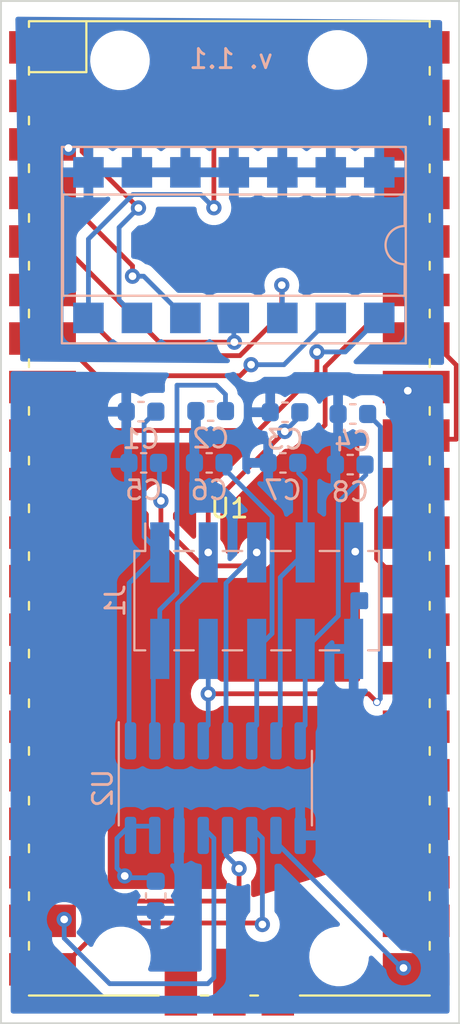
<source format=kicad_pcb>
(kicad_pcb (version 20211014) (generator pcbnew)
  (layers (0 "F.Cu" signal) (31 "B.Cu" signal) (34 "B.Paste" user) (35 "F.Paste" user) (36 "B.SilkS" user "B.Silkscreen") (37 "F.SilkS" user "F.Silkscreen") (38 "B.Mask" user) (39 "F.Mask" user) (44 "Edge.Cuts" user))
  (net 0 "")
  (net 1 "GND")
  (net 2 "Net-(C7-Pad2)")
  (net 3 "Net-(C8-Pad2)")
  (net 4 "Net-(U1-Pad16)")
  (net 5 "Net-(U1-Pad19)")
  (net 6 "Net-(U1-Pad20)")
  (net 7 "Net-(SW1-Pad1)")
  (net 17 "Net-(SW1-Pad2)")
  (net 18 "Net-(U1-Pad21)")
  (net 19 "+3.3VADC")
  (net 20 "Net-(U1-Pad10)")
  (net 21 "Net-(SW1-Pad3)")
  (net 22 "Net-(SW1-Pad4)")
  (net 23 "Net-(SW1-Pad5)")
  (net 24 "Net-(SW1-Pad6)")
  (net 25 "Net-(SW1-Pad7)")
  (net 26 "Net-(U1-Pad22)")
  (net 28 "Net-(U1-Pad17)")
  (net 29 "Net-(C3-Pad2)")
  (net 30 "Net-(C4-Pad2)")
  (net 31 "Net-(C5-Pad2)")
  (net 32 "Net-(C6-Pad2)")
  (net 33 "GNDA")
  (net 34 "Net-(C1-Pad2)")
  (net 35 "Net-(C2-Pad2)")
  (footprint "" (layer "F.Cu") (at 118.236674 63.964907)
    (fp_text reference "" (at 0 0) (layer "F.SilkS") (effects (font (size 1.27 1.27))))
    (fp_text value "" (at 0 0) (layer "F.SilkS") (effects (font (size 1.27 1.27))))
    (pad "" np_thru_hole circle (at 0 0) (size 2.1 2.1) (drill 2.1) (layers F&B.Cu *.Mask))
  )
  (footprint "" (layer "F.Cu") (at 106.838834 63.987847)
    (fp_text reference "" (at 0 0) (layer "F.SilkS") (effects (font (size 1.27 1.27))))
    (fp_text value "" (at 0 0) (layer "F.SilkS") (effects (font (size 1.27 1.27))))
    (pad "" np_thru_hole circle (at 0 0) (size 2.1 2.1) (drill 2.1) (layers F&B.Cu *.Mask))
  )
  (footprint "" (layer "F.Cu") (at 118.31836 110.894126)
    (fp_text reference "" (at 0 0) (layer "F.SilkS") (effects (font (size 1.27 1.27))))
    (fp_text value "" (at 0 0) (layer "F.SilkS") (effects (font (size 1.27 1.27))))
    (pad "" np_thru_hole circle (at 0 0) (size 2.1 2.1) (drill 2.1) (layers F&B.Cu *.Mask))
  )
  (footprint "MCU_RaspberryPi_and_Boards:RPi_Pico_SMD_TH" (layer "F.Cu") (at 112.569479 87.438476)
    (fp_text reference "U1" (at 0 0) (layer "F.SilkS"))
    (fp_text value "Pico")
    (fp_line (start 10.5 -15.4) (end 10.5 -15) (layer "F.SilkS") (width 0.12))
    (fp_line (start -7.493 -22.833) (end -7.493 -25.5) (layer "F.SilkS") (width 0.12))
    (fp_line (start -10.5 22.7) (end -10.5 23.1) (layer "F.SilkS") (width 0.12))
    (fp_line (start -10.5 20.1) (end -10.5 20.5) (layer "F.SilkS") (width 0.12))
    (fp_line (start -10.5 -12.9) (end -10.5 -12.5) (layer "F.SilkS") (width 0.12))
    (fp_line (start 10.5 2.3) (end 10.5 2.7) (layer "F.SilkS") (width 0.12))
    (fp_line (start 10.5 -20.5) (end 10.5 -20.1) (layer "F.SilkS") (width 0.12))
    (fp_line (start -3.7 25.5) (end -10.5 25.5) (layer "F.SilkS") (width 0.12))
    (fp_line (start -10.5 4.9) (end -10.5 5.3) (layer "F.SilkS") (width 0.12))
    (fp_line (start 10.5 -0.2) (end 10.5 0.2) (layer "F.SilkS") (width 0.12))
    (fp_line (start -1.5 25.5) (end -1.1 25.5) (layer "F.SilkS") (width 0.12))
    (fp_line (start -10.5 -15.4) (end -10.5 -15) (layer "F.SilkS") (width 0.12))
    (fp_line (start -10.5 -5.3) (end -10.5 -4.9) (layer "F.SilkS") (width 0.12))
    (fp_line (start 10.5 -2.7) (end 10.5 -2.3) (layer "F.SilkS") (width 0.12))
    (fp_line (start 10.5 25.5) (end 3.7 25.5) (layer "F.SilkS") (width 0.12))
    (fp_line (start 10.5 10) (end 10.5 10.4) (layer "F.SilkS") (width 0.12))
    (fp_line (start 10.5 -23.1) (end 10.5 -22.7) (layer "F.SilkS") (width 0.12))
    (fp_line (start -10.5 -0.2) (end -10.5 0.2) (layer "F.SilkS") (width 0.12))
    (fp_line (start 10.5 17.6) (end 10.5 18) (layer "F.SilkS") (width 0.12))
    (fp_line (start 10.5 -12.9) (end 10.5 -12.5) (layer "F.SilkS") (width 0.12))
    (fp_line (start 10.5 -25.5) (end 10.5 -25.2) (layer "F.SilkS") (width 0.12))
    (fp_line (start 10.5 12.5) (end 10.5 12.9) (layer "F.SilkS") (width 0.12))
    (fp_line (start -10.5 -20.5) (end -10.5 -20.1) (layer "F.SilkS") (width 0.12))
    (fp_line (start -10.5 12.5) (end -10.5 12.9) (layer "F.SilkS") (width 0.12))
    (fp_line (start 10.5 15.1) (end 10.5 15.5) (layer "F.SilkS") (width 0.12))
    (fp_line (start -10.5 -25.5) (end -10.5 -25.2) (layer "F.SilkS") (width 0.12))
    (fp_line (start -10.5 2.3) (end -10.5 2.7) (layer "F.SilkS") (width 0.12))
    (fp_line (start 10.5 -5.3) (end 10.5 -4.9) (layer "F.SilkS") (width 0.12))
    (fp_line (start -10.5 -25.5) (end 10.5 -25.5) (layer "F.SilkS") (width 0.12))
    (fp_line (start 10.5 -10.4) (end 10.5 -10) (layer "F.SilkS") (width 0.12))
    (fp_line (start 10.5 4.9) (end 10.5 5.3) (layer "F.SilkS") (width 0.12))
    (fp_line (start 10.5 -7.8) (end 10.5 -7.4) (layer "F.SilkS") (width 0.12))
    (fp_line (start -10.5 10) (end -10.5 10.4) (layer "F.SilkS") (width 0.12))
    (fp_line (start -10.5 -23.1) (end -10.5 -22.7) (layer "F.SilkS") (width 0.12))
    (fp_line (start 1.1 25.5) (end 1.5 25.5) (layer "F.SilkS") (width 0.12))
    (fp_line (start -10.5 -18) (end -10.5 -17.6) (layer "F.SilkS") (width 0.12))
    (fp_line (start -10.5 15.1) (end -10.5 15.5) (layer "F.SilkS") (width 0.12))
    (fp_line (start -10.5 -2.7) (end -10.5 -2.3) (layer "F.SilkS") (width 0.12))
    (fp_line (start 10.5 20.1) (end 10.5 20.5) (layer "F.SilkS") (width 0.12))
    (fp_line (start 10.5 -18) (end 10.5 -17.6) (layer "F.SilkS") (width 0.12))
    (fp_line (start -10.5 17.6) (end -10.5 18) (layer "F.SilkS") (width 0.12))
    (fp_line (start 10.5 7.4) (end 10.5 7.8) (layer "F.SilkS") (width 0.12))
    (fp_line (start -10.5 -7.8) (end -10.5 -7.4) (layer "F.SilkS") (width 0.12))
    (fp_line (start -10.5 -22.833) (end -7.493 -22.833) (layer "F.SilkS") (width 0.12))
    (fp_line (start -10.5 -10.4) (end -10.5 -10) (layer "F.SilkS") (width 0.12))
    (fp_line (start 10.5 22.7) (end 10.5 23.1) (layer "F.SilkS") (width 0.12))
    (fp_line (start -10.5 7.4) (end -10.5 7.8) (layer "F.SilkS") (width 0.12))
    (pad "1" smd rect (at -8.89 -24.13) (size 3.5 1.7) (drill (offset -0.9 0)) (layers "F.Cu" "F.Mask") (net 25 "Net-(SW1-Pad7)"))
    (pad "2" smd rect (at -8.89 -21.59) (size 3.5 1.7) (drill (offset -0.9 0)) (layers "F.Cu" "F.Mask") (net 24 "Net-(SW1-Pad6)"))
    (pad "3" smd rect (at -8.89 -19.05) (size 3.5 1.7) (drill (offset -0.9 0)) (layers "F.Cu" "F.Mask") (net 1 "GND"))
    (pad "4" smd rect (at -8.89 -16.51) (size 3.5 1.7) (drill (offset -0.9 0)) (layers "F.Cu" "F.Mask") (net 23 "Net-(SW1-Pad5)"))
    (pad "5" smd rect (at -8.89 -13.97) (size 3.5 1.7) (drill (offset -0.9 0)) (layers "F.Cu" "F.Mask") (net 22 "Net-(SW1-Pad4)"))
    (pad "6" smd rect (at -8.89 -11.43) (size 3.5 1.7) (drill (offset -0.9 0)) (layers "F.Cu" "F.Mask") (net 21 "Net-(SW1-Pad3)"))
    (pad "7" smd rect (at -8.89 -8.89) (size 3.5 1.7) (drill (offset -0.9 0)) (layers "F.Cu" "F.Mask") (net 17 "Net-(SW1-Pad2)"))
    (pad "8" smd rect (at -8.89 -6.35) (size 3.5 1.7) (drill (offset -0.9 0)) (layers "F.Cu" "F.Mask"))
    (pad "9" smd rect (at -8.89 -3.81) (size 3.5 1.7) (drill (offset -0.9 0)) (layers "F.Cu" "F.Mask") (net 7 "Net-(SW1-Pad1)"))
    (pad "10" smd rect (at -8.89 -1.27) (size 3.5 1.7) (drill (offset -0.9 0)) (layers "F.Cu" "F.Mask") (net 20 "Net-(U1-Pad10)"))
    (pad "11" smd rect (at -8.89 1.27) (size 3.5 1.7) (drill (offset -0.9 0)) (layers "F.Cu" "F.Mask") (net 20 "Net-(U1-Pad10)"))
    (pad "12" smd rect (at -8.89 3.81) (size 3.5 1.7) (drill (offset -0.9 0)) (layers "F.Cu" "F.Mask") (net 20 "Net-(U1-Pad10)"))
    (pad "13" smd rect (at -8.89 6.35) (size 3.5 1.7) (drill (offset -0.9 0)) (layers "F.Cu" "F.Mask") (net 20 "Net-(U1-Pad10)"))
    (pad "14" smd rect (at -8.89 8.89) (size 3.5 1.7) (drill (offset -0.9 0)) (layers "F.Cu" "F.Mask") (net 20 "Net-(U1-Pad10)"))
    (pad "15" smd rect (at -8.89 11.43) (size 3.5 1.7) (drill (offset -0.9 0)) (layers "F.Cu" "F.Mask") (net 20 "Net-(U1-Pad10)"))
    (pad "16" smd rect (at -8.89 13.97) (size 3.5 1.7) (drill (offset -0.9 0)) (layers "F.Cu" "F.Mask") (net 4 "Net-(U1-Pad16)"))
    (pad "17" smd rect (at -8.89 16.51) (size 3.5 1.7) (drill (offset -0.9 0)) (layers "F.Cu" "F.Mask") (net 28 "Net-(U1-Pad17)"))
    (pad "18" smd rect (at -8.89 19.05) (size 3.5 1.7) (drill (offset -0.9 0)) (layers "F.Cu" "F.Mask") (net 28 "Net-(U1-Pad17)"))
    (pad "19" smd rect (at -8.89 21.59) (size 3.5 1.7) (drill (offset -0.9 0)) (layers "F.Cu" "F.Mask") (net 5 "Net-(U1-Pad19)"))
    (pad "20" smd rect (at -8.89 24.13) (size 3.5 1.7) (drill (offset -0.9 0)) (layers "F.Cu" "F.Mask") (net 6 "Net-(U1-Pad20)"))
    (pad "21" smd rect (at 8.89 24.13) (size 3.5 1.7) (drill (offset 0.9 0)) (layers "F.Cu" "F.Mask") (net 18 "Net-(U1-Pad21)"))
    (pad "22" smd rect (at 8.89 21.59) (size 3.5 1.7) (drill (offset 0.9 0)) (layers "F.Cu" "F.Mask") (net 26 "Net-(U1-Pad22)"))
    (pad "23" smd rect (at 8.89 19.05) (size 3.5 1.7) (drill (offset 0.9 0)) (layers "F.Cu" "F.Mask") (net 26 "Net-(U1-Pad22)"))
    (pad "24" smd rect (at 8.89 16.51) (size 3.5 1.7) (drill (offset 0.9 0)) (layers "F.Cu" "F.Mask") (net 26 "Net-(U1-Pad22)"))
    (pad "25" smd rect (at 8.89 13.97) (size 3.5 1.7) (drill (offset 0.9 0)) (layers "F.Cu" "F.Mask") (net 26 "Net-(U1-Pad22)"))
    (pad "26" smd rect (at 8.89 11.43) (size 3.5 1.7) (drill (offset 0.9 0)) (layers "F.Cu" "F.Mask") (net 26 "Net-(U1-Pad22)"))
    (pad "27" smd rect (at 8.89 8.89) (size 3.5 1.7) (drill (offset 0.9 0)) (layers "F.Cu" "F.Mask") (net 26 "Net-(U1-Pad22)"))
    (pad "28" smd rect (at 8.89 6.35) (size 3.5 1.7) (drill (offset 0.9 0)) (layers "F.Cu" "F.Mask") (net 26 "Net-(U1-Pad22)"))
    (pad "29" smd rect (at 8.89 3.81) (size 3.5 1.7) (drill (offset 0.9 0)) (layers "F.Cu" "F.Mask") (net 26 "Net-(U1-Pad22)"))
    (pad "30" smd rect (at 8.89 1.27) (size 3.5 1.7) (drill (offset 0.9 0)) (layers "F.Cu" "F.Mask"))
    (pad "31" smd rect (at 8.89 -1.27) (size 3.5 1.7) (drill (offset 0.9 0)) (layers "F.Cu" "F.Mask") (net 26 "Net-(U1-Pad22)"))
    (pad "32" smd rect (at 8.89 -3.81) (size 3.5 1.7) (drill (offset 0.9 0)) (layers "F.Cu" "F.Mask") (net 26 "Net-(U1-Pad22)"))
    (pad "33" smd rect (at 8.89 -6.35) (size 3.5 1.7) (drill (offset 0.9 0)) (layers "F.Cu" "F.Mask") (net 33 "GNDA"))
    (pad "34" smd rect (at 8.89 -8.89) (size 3.5 1.7) (drill (offset 0.9 0)) (layers "F.Cu" "F.Mask") (net 26 "Net-(U1-Pad22)"))
    (pad "35" smd rect (at 8.89 -11.43) (size 3.5 1.7) (drill (offset 0.9 0)) (layers "F.Cu" "F.Mask") (net 19 "+3.3VADC"))
    (pad "36" smd rect (at 8.89 -13.97) (size 3.5 1.7) (drill (offset 0.9 0)) (layers "F.Cu" "F.Mask"))
    (pad "37" smd rect (at 8.89 -16.51) (size 3.5 1.7) (drill (offset 0.9 0)) (layers "F.Cu" "F.Mask"))
    (pad "38" smd rect (at 8.89 -19.05) (size 3.5 1.7) (drill (offset 0.9 0)) (layers "F.Cu" "F.Mask"))
    (pad "39" smd rect (at 8.89 -21.59) (size 3.5 1.7) (drill (offset 0.9 0)) (layers "F.Cu" "F.Mask"))
    (pad "40" smd rect (at 8.89 -24.13) (size 3.5 1.7) (drill (offset 0.9 0)) (layers "F.Cu" "F.Mask"))
    (pad "41" smd rect (at -2.54 23.9 90) (size 3.5 1.7) (drill (offset -0.9 0)) (layers "F.Cu" "F.Mask"))
    (pad "42" smd rect (at 0 23.9 90) (size 3.5 1.7) (drill (offset -0.9 0)) (layers "F.Cu" "F.Mask"))
    (pad "43" smd rect (at 2.54 23.9 90) (size 3.5 1.7) (drill (offset -0.9 0)) (layers "F.Cu" "F.Mask"))
  )
  (footprint "" (layer "F.Cu") (at 106.887156 110.894126)
    (fp_text reference "" (at 0 0) (layer "F.SilkS") (effects (font (size 1.27 1.27))))
    (fp_text value "" (at 0 0) (layer "F.SilkS") (effects (font (size 1.27 1.27))))
    (pad "" np_thru_hole circle (at 0 0) (size 2.1 2.1) (drill 2.1) (layers F&B.Cu *.Mask))
  )
  (footprint "Connector_PinHeader_2.54mm:PinHeader_2x05_P2.54mm_Vertical_SMD" (layer "B.Cu") (at 114.002843 92.270062 -90)
    (fp_text reference "J1" (at 0 7.41 90) (layer "B.SilkS") (effects (justify mirror)))
    (fp_text value "Conn_01x10_Female" hide)
    (fp_line (start 2.6 -3.3) (end 2.6 -4.32) (layer "B.SilkS") (width 0.12))
    (fp_line (start -2.6 -5.84) (end -2.6 -6.41) (layer "B.SilkS") (width 0.12))
    (fp_line (start -2.6 1.78) (end -2.6 0.76) (layer "B.SilkS") (width 0.12))
    (fp_line (start 2.6 -5.84) (end 2.6 -6.41) (layer "B.SilkS") (width 0.12))
    (fp_line (start -2.6 -0.76) (end -2.6 -1.78) (layer "B.SilkS") (width 0.12))
    (fp_line (start -2.6 4.32) (end -2.6 3.3) (layer "B.SilkS") (width 0.12))
    (fp_line (start -2.6 -6.41) (end 2.6 -6.41) (layer "B.SilkS") (width 0.12))
    (fp_line (start -2.6 -3.3) (end -2.6 -4.32) (layer "B.SilkS") (width 0.12))
    (fp_line (start -2.6 6.41) (end -2.6 5.84) (layer "B.SilkS") (width 0.12))
    (fp_line (start -4.04 5.84) (end -2.6 5.84) (layer "B.SilkS") (width 0.12))
    (fp_line (start 2.6 -0.76) (end 2.6 -1.78) (layer "B.SilkS") (width 0.12))
    (fp_line (start 2.6 6.41) (end 2.6 5.84) (layer "B.SilkS") (width 0.12))
    (fp_line (start -2.6 6.41) (end 2.6 6.41) (layer "B.SilkS") (width 0.12))
    (fp_line (start 2.6 4.32) (end 2.6 3.3) (layer "B.SilkS") (width 0.12))
    (fp_line (start 2.6 1.78) (end 2.6 0.76) (layer "B.SilkS") (width 0.12))
    (pad "1" smd rect (at -2.525 5.08 270) (size 3.15 1) (layers "B.Cu" "B.Paste" "B.Mask") (net 34 "Net-(C1-Pad2)"))
    (pad "2" smd rect (at 2.525 5.08 270) (size 3.15 1) (layers "B.Cu" "B.Paste" "B.Mask") (net 35 "Net-(C2-Pad2)"))
    (pad "3" smd rect (at -2.525 2.54 270) (size 3.15 1) (layers "B.Cu" "B.Paste" "B.Mask") (net 29 "Net-(C3-Pad2)"))
    (pad "4" smd rect (at 2.525 2.54 270) (size 3.15 1) (layers "B.Cu" "B.Paste" "B.Mask") (net 30 "Net-(C4-Pad2)"))
    (pad "5" smd rect (at -2.525 0 270) (size 3.15 1) (layers "B.Cu" "B.Paste" "B.Mask") (net 31 "Net-(C5-Pad2)"))
    (pad "6" smd rect (at 2.525 0 270) (size 3.15 1) (layers "B.Cu" "B.Paste" "B.Mask") (net 32 "Net-(C6-Pad2)"))
    (pad "7" smd rect (at -2.525 -2.54 270) (size 3.15 1) (layers "B.Cu" "B.Paste" "B.Mask") (net 2 "Net-(C7-Pad2)"))
    (pad "8" smd rect (at 2.525 -2.54 270) (size 3.15 1) (layers "B.Cu" "B.Paste" "B.Mask") (net 3 "Net-(C8-Pad2)"))
    (pad "9" smd rect (at -2.525 -5.08 270) (size 3.15 1) (layers "B.Cu" "B.Paste" "B.Mask") (net 19 "+3.3VADC"))
    (pad "10" smd rect (at 2.525 -5.08 270) (size 3.15 1) (layers "B.Cu" "B.Paste" "B.Mask") (net 33 "GNDA"))
  )
  (footprint "Package_SO:SOIC-16_3.9x9.9mm_P1.27mm" (layer "B.Cu") (at 111.835927 102.082521 -90)
    (fp_text reference "U2" (at 0 5.9 90) (layer "B.SilkS") (effects (justify mirror)))
    (fp_text value "MCP3008" hide)
    (fp_line (start 0 -5.06) (end 1.95 -5.06) (layer "B.SilkS") (width 0.12))
    (fp_line (start 0 -5.06) (end -1.95 -5.06) (layer "B.SilkS") (width 0.12))
    (fp_line (start 0 5.06) (end 1.95 5.06) (layer "B.SilkS") (width 0.12))
    (fp_line (start 0 5.06) (end -3.45 5.06) (layer "B.SilkS") (width 0.12))
    (pad "1" smd roundrect (at -2.475 4.445 270) (size 1.95 0.6) (layers "B.Cu" "B.Paste" "B.Mask") (net 34 "Net-(C1-Pad2)"))
    (pad "2" smd roundrect (at -2.475 3.175 270) (size 1.95 0.6) (layers "B.Cu" "B.Paste" "B.Mask") (net 35 "Net-(C2-Pad2)"))
    (pad "3" smd roundrect (at -2.475 1.905 270) (size 1.95 0.6) (layers "B.Cu" "B.Paste" "B.Mask") (net 29 "Net-(C3-Pad2)"))
    (pad "4" smd roundrect (at -2.475 0.635 270) (size 1.95 0.6) (layers "B.Cu" "B.Paste" "B.Mask") (net 30 "Net-(C4-Pad2)"))
    (pad "5" smd roundrect (at -2.475 -0.635 270) (size 1.95 0.6) (layers "B.Cu" "B.Paste" "B.Mask") (net 31 "Net-(C5-Pad2)"))
    (pad "6" smd roundrect (at -2.475 -1.905 270) (size 1.95 0.6) (layers "B.Cu" "B.Paste" "B.Mask") (net 32 "Net-(C6-Pad2)"))
    (pad "7" smd roundrect (at -2.475 -3.175 270) (size 1.95 0.6) (layers "B.Cu" "B.Paste" "B.Mask") (net 2 "Net-(C7-Pad2)"))
    (pad "8" smd roundrect (at -2.475 -4.445 270) (size 1.95 0.6) (layers "B.Cu" "B.Paste" "B.Mask") (net 3 "Net-(C8-Pad2)"))
    (pad "9" smd roundrect (at 2.475 -4.445 270) (size 1.95 0.6) (layers "B.Cu" "B.Paste" "B.Mask") (net 33 "GNDA"))
    (pad "10" smd roundrect (at 2.475 -3.175 270) (size 1.95 0.6) (layers "B.Cu" "B.Paste" "B.Mask") (net 18 "Net-(U1-Pad21)"))
    (pad "11" smd roundrect (at 2.475 -1.905 270) (size 1.95 0.6) (layers "B.Cu" "B.Paste" "B.Mask") (net 6 "Net-(U1-Pad20)"))
    (pad "12" smd roundrect (at 2.475 -0.635 270) (size 1.95 0.6) (layers "B.Cu" "B.Paste" "B.Mask") (net 4 "Net-(U1-Pad16)"))
    (pad "13" smd roundrect (at 2.475 0.635 270) (size 1.95 0.6) (layers "B.Cu" "B.Paste" "B.Mask") (net 5 "Net-(U1-Pad19)"))
    (pad "14" smd roundrect (at 2.475 1.905 270) (size 1.95 0.6) (layers "B.Cu" "B.Paste" "B.Mask") (net 33 "GNDA"))
    (pad "15" smd roundrect (at 2.475 3.175 270) (size 1.95 0.6) (layers "B.Cu" "B.Paste" "B.Mask") (net 19 "+3.3VADC"))
    (pad "16" smd roundrect (at 2.475 4.445 270) (size 1.95 0.6) (layers "B.Cu" "B.Paste" "B.Mask") (net 19 "+3.3VADC"))
  )
  (footprint "Capacitor_SMD:C_0603_1608Metric" (layer "B.Cu") (at 115.378866 85.057063)
    (fp_text reference "C7" (at 0 1.43) (layer "B.SilkS") (effects (justify mirror)))
    (fp_text value "1uf")
    (fp_line (start -0.14058 -0.51) (end 0.14058 -0.51) (layer "B.SilkS") (width 0.12))
    (fp_line (start -0.14058 0.51) (end 0.14058 0.51) (layer "B.SilkS") (width 0.12))
    (pad "1" smd roundrect (at -0.775 0) (size 0.9 0.95) (layers "B.Cu" "B.Paste" "B.Mask") (net 33 "GNDA"))
    (pad "2" smd roundrect (at 0.775 0) (size 0.9 0.95) (layers "B.Cu" "B.Paste" "B.Mask") (net 2 "Net-(C7-Pad2)"))
  )
  (footprint "Capacitor_SMD:C_0603_1608Metric" (layer "B.Cu") (at 111.514116 85.057063)
    (fp_text reference "C6" (at 0 1.43) (layer "B.SilkS") (effects (justify mirror)))
    (fp_text value "1uf")
    (fp_line (start -0.14058 0.51) (end 0.14058 0.51) (layer "B.SilkS") (width 0.12))
    (fp_line (start -0.14058 -0.51) (end 0.14058 -0.51) (layer "B.SilkS") (width 0.12))
    (pad "1" smd roundrect (at -0.775 0) (size 0.9 0.95) (layers "B.Cu" "B.Paste" "B.Mask") (net 33 "GNDA"))
    (pad "2" smd roundrect (at 0.775 0) (size 0.9 0.95) (layers "B.Cu" "B.Paste" "B.Mask") (net 32 "Net-(C6-Pad2)"))
  )
  (footprint "Capacitor_SMD:C_0603_1608Metric" (layer "B.Cu") (at 119.042479 82.499973)
    (fp_text reference "C4" (at 0 1.43) (layer "B.SilkS") (effects (justify mirror)))
    (fp_text value "1uf")
    (fp_line (start -0.14058 0.51) (end 0.14058 0.51) (layer "B.SilkS") (width 0.12))
    (fp_line (start -0.14058 -0.51) (end 0.14058 -0.51) (layer "B.SilkS") (width 0.12))
    (pad "1" smd roundrect (at -0.775 0) (size 0.9 0.95) (layers "B.Cu" "B.Paste" "B.Mask") (net 33 "GNDA"))
    (pad "2" smd roundrect (at 0.775 0) (size 0.9 0.95) (layers "B.Cu" "B.Paste" "B.Mask") (net 30 "Net-(C4-Pad2)"))
  )
  (footprint "Capacitor_SMD:C_0603_1608Metric" (layer "B.Cu") (at 107.942914 82.3763)
    (fp_text reference "C1" (at 0 1.43) (layer "B.SilkS") (effects (justify mirror)))
    (fp_text value "1uf")
    (fp_line (start -0.14058 0.51) (end 0.14058 0.51) (layer "B.SilkS") (width 0.12))
    (fp_line (start -0.14058 -0.51) (end 0.14058 -0.51) (layer "B.SilkS") (width 0.12))
    (pad "1" smd roundrect (at -0.775 0) (size 0.9 0.95) (layers "B.Cu" "B.Paste" "B.Mask") (net 33 "GNDA"))
    (pad "2" smd roundrect (at 0.775 0) (size 0.9 0.95) (layers "B.Cu" "B.Paste" "B.Mask") (net 34 "Net-(C1-Pad2)"))
  )
  (footprint "Capacitor_SMD:C_0603_1608Metric" (layer "B.Cu") (at 111.591239 82.345382)
    (fp_text reference "C2" (at 0 1.43) (layer "B.SilkS") (effects (justify mirror)))
    (fp_text value "1uf")
    (fp_line (start -0.14058 -0.51) (end 0.14058 -0.51) (layer "B.SilkS") (width 0.12))
    (fp_line (start -0.14058 0.51) (end 0.14058 0.51) (layer "B.SilkS") (width 0.12))
    (pad "1" smd roundrect (at -0.775 0) (size 0.9 0.95) (layers "B.Cu" "B.Paste" "B.Mask") (net 33 "GNDA"))
    (pad "2" smd roundrect (at 0.775 0) (size 0.9 0.95) (layers "B.Cu" "B.Paste" "B.Mask") (net 35 "Net-(C2-Pad2)"))
  )
  (footprint "Capacitor_SMD:C_0603_1608Metric" (layer "B.Cu") (at 108.710564 107.728969 -90)
    (fp_text reference "C0" hide)
    (fp_text value "1uf")
    (fp_line (start -0.14058 0.51) (end 0.14058 0.51) (layer "B.SilkS") (width 0.12))
    (fp_line (start -0.14058 -0.51) (end 0.14058 -0.51) (layer "B.SilkS") (width 0.12))
    (pad "1" smd roundrect (at -0.775 0 270) (size 0.9 0.95) (layers "B.Cu" "B.Paste" "B.Mask") (net 19 "+3.3VADC"))
    (pad "2" smd roundrect (at 0.775 0 270) (size 0.9 0.95) (layers "B.Cu" "B.Paste" "B.Mask") (net 33 "GNDA"))
  )
  (footprint "Capacitor_SMD:C_0603_1608Metric" (layer "B.Cu") (at 115.486907 82.407218)
    (fp_text reference "C3" (at 0 1.43) (layer "B.SilkS") (effects (justify mirror)))
    (fp_text value "1uf")
    (fp_line (start -0.14058 0.51) (end 0.14058 0.51) (layer "B.SilkS") (width 0.12))
    (fp_line (start -0.14058 -0.51) (end 0.14058 -0.51) (layer "B.SilkS") (width 0.12))
    (pad "1" smd roundrect (at -0.775 0) (size 0.9 0.95) (layers "B.Cu" "B.Paste" "B.Mask") (net 33 "GNDA"))
    (pad "2" smd roundrect (at 0.775 0) (size 0.9 0.95) (layers "B.Cu" "B.Paste" "B.Mask") (net 29 "Net-(C3-Pad2)"))
  )
  (footprint "Capacitor_SMD:C_0603_1608Metric" (layer "B.Cu") (at 108.082217 85.057063)
    (fp_text reference "C5" (at 0 1.43) (layer "B.SilkS") (effects (justify mirror)))
    (fp_text value "1uf")
    (fp_line (start -0.14058 0.51) (end 0.14058 0.51) (layer "B.SilkS") (width 0.12))
    (fp_line (start -0.14058 -0.51) (end 0.14058 -0.51) (layer "B.SilkS") (width 0.12))
    (pad "1" smd roundrect (at -0.775 0) (size 0.9 0.95) (layers "B.Cu" "B.Paste" "B.Mask") (net 33 "GNDA"))
    (pad "2" smd roundrect (at 0.775 0) (size 0.9 0.95) (layers "B.Cu" "B.Paste" "B.Mask") (net 31 "Net-(C5-Pad2)"))
  )
  (footprint "Package_DIP:DIP-14_W7.62mm_SMDSocket_SmallPads" (layer "B.Cu") (at 112.805 73.66 90)
    (fp_text reference "SW1" hide)
    (fp_text value "SW_DIP_x07" hide)
    (fp_line (start -2.65 8.95) (end -2.65 -8.95) (layer "B.SilkS") (width 0.12))
    (fp_line (start 2.65 -8.95) (end 2.65 8.95) (layer "B.SilkS") (width 0.12))
    (fp_line (start 5.14 9.01) (end -5.14 9.01) (layer "B.SilkS") (width 0.12))
    (fp_line (start -2.65 -8.95) (end 2.65 -8.95) (layer "B.SilkS") (width 0.12))
    (fp_line (start -1 8.95) (end -2.65 8.95) (layer "B.SilkS") (width 0.12))
    (fp_line (start 5.14 -9.01) (end 5.14 9.01) (layer "B.SilkS") (width 0.12))
    (fp_line (start -5.14 -9.01) (end 5.14 -9.01) (layer "B.SilkS") (width 0.12))
    (fp_line (start 2.65 8.95) (end 1 8.95) (layer "B.SilkS") (width 0.12))
    (fp_line (start -5.14 9.01) (end -5.14 -9.01) (layer "B.SilkS") (width 0.12))
    (fp_arc (start -1 8.95) (mid 0 7.95) (end 1 8.95) (layer "B.SilkS") (width 0.12))
    (pad "1" smd rect (at -3.81 7.62 90) (size 1.6 1.6) (layers "B.Cu" "B.Paste" "B.Mask") (net 7 "Net-(SW1-Pad1)"))
    (pad "2" smd rect (at -3.81 5.08 90) (size 1.6 1.6) (layers "B.Cu" "B.Paste" "B.Mask") (net 17 "Net-(SW1-Pad2)"))
    (pad "3" smd rect (at -3.81 2.54 90) (size 1.6 1.6) (layers "B.Cu" "B.Paste" "B.Mask") (net 21 "Net-(SW1-Pad3)"))
    (pad "4" smd rect (at -3.81 0 90) (size 1.6 1.6) (layers "B.Cu" "B.Paste" "B.Mask") (net 22 "Net-(SW1-Pad4)"))
    (pad "5" smd rect (at -3.81 -2.54 90) (size 1.6 1.6) (layers "B.Cu" "B.Paste" "B.Mask") (net 23 "Net-(SW1-Pad5)"))
    (pad "6" smd rect (at -3.81 -5.08 90) (size 1.6 1.6) (layers "B.Cu" "B.Paste" "B.Mask") (net 24 "Net-(SW1-Pad6)"))
    (pad "7" smd rect (at -3.81 -7.62 90) (size 1.6 1.6) (layers "B.Cu" "B.Paste" "B.Mask") (net 25 "Net-(SW1-Pad7)"))
    (pad "8" smd rect (at 3.81 -7.62 90) (size 1.6 1.6) (layers "B.Cu" "B.Paste" "B.Mask") (net 1 "GND"))
    (pad "9" smd rect (at 3.81 -5.08 90) (size 1.6 1.6) (layers "B.Cu" "B.Paste" "B.Mask") (net 1 "GND"))
    (pad "10" smd rect (at 3.81 -2.54 90) (size 1.6 1.6) (layers "B.Cu" "B.Paste" "B.Mask") (net 1 "GND"))
    (pad "11" smd rect (at 3.81 0 90) (size 1.6 1.6) (layers "B.Cu" "B.Paste" "B.Mask") (net 1 "GND"))
    (pad "12" smd rect (at 3.81 2.54 90) (size 1.6 1.6) (layers "B.Cu" "B.Paste" "B.Mask") (net 1 "GND"))
    (pad "13" smd rect (at 3.81 5.08 90) (size 1.6 1.6) (layers "B.Cu" "B.Paste" "B.Mask") (net 1 "GND"))
    (pad "14" smd rect (at 3.81 7.62 90) (size 1.6 1.6) (layers "B.Cu" "B.Paste" "B.Mask") (net 1 "GND"))
  )
  (footprint "Capacitor_SMD:C_0603_1608Metric" (layer "B.Cu") (at 118.903519 85.149817)
    (fp_text reference "C8" (at 0 1.43) (layer "B.SilkS") (effects (justify mirror)))
    (fp_text value "1uf")
    (fp_line (start -0.14058 0.51) (end 0.14058 0.51) (layer "B.SilkS") (width 0.12))
    (fp_line (start -0.14058 -0.51) (end 0.14058 -0.51) (layer "B.SilkS") (width 0.12))
    (pad "1" smd roundrect (at -0.775 0) (size 0.9 0.95) (layers "B.Cu" "B.Paste" "B.Mask") (net 33 "GNDA"))
    (pad "2" smd roundrect (at 0.775 0) (size 0.9 0.95) (layers "B.Cu" "B.Paste" "B.Mask") (net 3 "Net-(C8-Pad2)"))
  )
  (gr_rect (start 124.618022 114.392644) (end 100.601364 60.878972) (layer "Edge.Cuts") (width 0.1) (fill none))
  (gr_text "v. 1.1" (at 112.660563 63.913855) (layer "B.SilkS") (effects (font (size 1 1)) (justify mirror)))
  (via (at 104.14 68.58) (size 0.8) (drill 0.4) (layers "F.Cu" "B.Cu") (net 1))
  (segment (start 115.237344 91.050561) (end 115.237344 98.822656) (width 0.25) (layer "B.Cu") (net 2))
  (segment (start 116.542843 89.745062) (end 115.237344 91.050561) (width 0.25) (layer "B.Cu") (net 2))
  (segment (start 116.200071 85.591773) (end 116.542843 85.934545) (width 0.25) (layer "B.Cu") (net 2))
  (segment (start 115.237344 98.822656) (end 114.935 99.125) (width 0.25) (layer "B.Cu") (net 2))
  (segment (start 116.542843 85.934545) (end 116.542843 89.745062) (width 0.25) (layer "B.Cu") (net 2))
  (segment (start 116.542843 98.787157) (end 116.205 99.125) (width 0.25) (layer "B.Cu") (net 3))
  (segment (start 119.724724 85.684527) (end 118.277843 87.131408) (width 0.25) (layer "B.Cu") (net 3))
  (segment (start 118.277843 93.060062) (end 116.542843 94.795062) (width 0.25) (layer "B.Cu") (net 3))
  (segment (start 118.277843 87.131408) (end 118.277843 93.060062) (width 0.25) (layer "B.Cu") (net 3))
  (segment (start 116.542843 94.795062) (end 116.542843 98.787157) (width 0.25) (layer "B.Cu") (net 3))
  (segment (start 103.679479 101.408476) (end 105.564375 103.293372) (width 0.25) (layer "F.Cu") (net 4))
  (segment (start 113.07745 107.902126) (end 113.07745 106.29439) (width 0.25) (layer "F.Cu") (net 4))
  (segment (start 113.046532 107.933044) (end 113.07745 107.902126) (width 0.25) (layer "F.Cu") (net 4))
  (segment (start 112.984696 107.99488) (end 113.046532 107.933044) (width 0.25) (layer "F.Cu") (net 4))
  (segment (start 105.564375 103.293372) (end 105.564375 107.99488) (width 0.25) (layer "F.Cu") (net 4))
  (segment (start 105.564375 107.99488) (end 112.984696 107.99488) (width 0.25) (layer "F.Cu") (net 4))
  (via (at 113.07745 106.29439) (size 0.8) (drill 0.4) (layers "F.Cu" "B.Cu") (net 4))
  (segment (start 112.395 105.586884) (end 113.041792 106.233676) (width 0.25) (layer "B.Cu") (net 4))
  (segment (start 112.395 104.075) (end 112.395 105.586884) (width 0.25) (layer "B.Cu") (net 4))
  (via (at 103.915 108.955) (size 0.8) (drill 0.4) (layers "F.Cu" "B.Cu") (net 5))
  (segment (start 111.76 112.002683) (end 111.443556 112.319127) (width 0.25) (layer "B.Cu") (net 5))
  (segment (start 111.443556 112.319127) (end 106.296901 112.319127) (width 0.25) (layer "B.Cu") (net 5))
  (segment (start 111.125 104.075) (end 111.76 104.71) (width 0.25) (layer "B.Cu") (net 5))
  (segment (start 106.296901 112.319127) (end 103.915 109.937226) (width 0.25) (layer "B.Cu") (net 5))
  (segment (start 111.76 104.71) (end 111.76 112.002683) (width 0.25) (layer "B.Cu") (net 5))
  (segment (start 103.915 109.937226) (end 103.915 108.955) (width 0.25) (layer "B.Cu") (net 5))
  (segment (start 114.22238 109.14238) (end 106.105575 109.14238) (width 0.25) (layer "F.Cu") (net 6))
  (segment (start 106.105575 109.14238) (end 103.679479 111.568476) (width 0.25) (layer "F.Cu") (net 6))
  (segment (start 114.3 109.22) (end 114.22238 109.14238) (width 0.25) (layer "F.Cu") (net 6))
  (via (at 114.3 109.22) (size 0.8) (drill 0.4) (layers "F.Cu" "B.Cu") (net 6))
  (segment (start 114.3 104.71) (end 114.3 109.22) (width 0.25) (layer "B.Cu") (net 6))
  (segment (start 113.665 104.075) (end 114.3 104.71) (width 0.25) (layer "B.Cu") (net 6))
  (segment (start 103.679479 83.362427) (end 114.098846 83.362427) (width 0.25) (layer "F.Cu") (net 7))
  (segment (start 117.159743 80.30153) (end 117.159743 79.250662) (width 0.25) (layer "F.Cu") (net 7))
  (segment (start 114.098846 83.362427) (end 117.159743 80.30153) (width 0.25) (layer "F.Cu") (net 7))
  (via (at 117.159743 79.250662) (size 0.8) (drill 0.4) (layers "F.Cu" "B.Cu") (net 7))
  (segment (start 120.425 77.47) (end 118.644338 79.250662) (width 0.25) (layer "B.Cu") (net 7))
  (segment (start 118.644338 79.250662) (end 117.159743 79.250662) (width 0.25) (layer "B.Cu") (net 7))
  (segment (start 113.131089 80.496696) (end 113.709294 79.918491) (width 0.25) (layer "F.Cu") (net 17))
  (segment (start 105.627699 80.496696) (end 113.131089 80.496696) (width 0.25) (layer "F.Cu") (net 17))
  (segment (start 103.679479 78.548476) (end 105.627699 80.496696) (width 0.25) (layer "F.Cu") (net 17))
  (via (at 113.709294 79.918491) (size 0.8) (drill 0.4) (layers "F.Cu" "B.Cu") (net 17))
  (segment (start 115.436509 79.918491) (end 113.709294 79.918491) (width 0.25) (layer "B.Cu") (net 17))
  (segment (start 117.885 77.47) (end 115.436509 79.918491) (width 0.25) (layer "B.Cu") (net 17))
  (via (at 121.695 111.495) (size 0.8) (drill 0.4) (layers "F.Cu" "B.Cu") (net 18))
  (segment (start 115.010927 104.905988) (end 121.599939 111.495) (width 0.25) (layer "B.Cu") (net 18))
  (segment (start 115.010927 104.557521) (end 115.010927 104.905988) (width 0.25) (layer "B.Cu") (net 18))
  (segment (start 121.599939 111.495) (end 121.695 111.495) (width 0.25) (layer "B.Cu") (net 18))
  (segment (start 114.935 104.075) (end 114.935 104.735) (width 0.25) (layer "B.Cu") (net 18))
  (segment (start 114.935 104.075) (end 114.935 104.775) (width 0.25) (layer "B.Cu") (net 18))
  (segment (start 117.589244 83.070756) (end 116.84 83.82) (width 0.25) (layer "F.Cu") (net 19))
  (segment (start 117.589244 80.040756) (end 117.589244 83.070756) (width 0.25) (layer "F.Cu") (net 19))
  (segment (start 121.695 75.935) (end 117.589244 80.040756) (width 0.25) (layer "F.Cu") (net 19))
  (via (at 107.087134 106.68) (size 0.8) (drill 0.4) (layers "F.Cu" "B.Cu") (net 19))
  (via (at 119.16615 89.703868) (size 0.8) (drill 0.4) (layers "F.Cu" "B.Cu") (net 19))
  (segment (start 108.704414 106.771572) (end 107.178706 106.771572) (width 0.25) (layer "B.Cu") (net 19))
  (segment (start 106.68 104.71) (end 107.315 104.075) (width 0.25) (layer "B.Cu") (net 19))
  (segment (start 106.68 104.71) (end 106.68 106.272866) (width 0.25) (layer "B.Cu") (net 19))
  (segment (start 106.68 106.272866) (end 107.087134 106.68) (width 0.25) (layer "B.Cu") (net 19))
  (segment (start 108.585 104.075) (end 107.315 104.075) (width 0.25) (layer "B.Cu") (net 19))
  (segment (start 107.178706 106.771572) (end 107.087134 106.68) (width 0.25) (layer "B.Cu") (net 19))
  (segment (start 103.679479 86.168476) (end 103.679479 98.868476) (width 0.25) (layer "F.Cu") (net 20))
  (segment (start 113.123815 79.4445) (end 107.115503 79.4445) (width 0.25) (layer "F.Cu") (net 21))
  (segment (start 115.316306 77.252009) (end 113.123815 79.4445) (width 0.25) (layer "F.Cu") (net 21))
  (segment (start 107.115503 79.4445) (end 103.679479 76.008476) (width 0.25) (layer "F.Cu") (net 21))
  (segment (start 115.316306 75.753932) (end 115.316306 77.252009) (width 0.25) (layer "F.Cu") (net 21))
  (via (at 115.316306 75.753932) (size 0.8) (drill 0.4) (layers "F.Cu" "B.Cu") (net 21))
  (segment (start 115.345 75.782626) (end 115.316306 75.753932) (width 0.25) (layer "B.Cu") (net 21))
  (segment (start 115.345 77.47) (end 115.345 75.782626) (width 0.25) (layer "B.Cu") (net 21))
  (segment (start 108.901538 78.74) (end 112.832001 78.74) (width 0.25) (layer "F.Cu") (net 22))
  (segment (start 103.679479 73.517941) (end 108.901538 78.74) (width 0.25) (layer "F.Cu") (net 22))
  (segment (start 103.679479 73.468476) (end 103.679479 73.517941) (width 0.25) (layer "F.Cu") (net 22))
  (via (at 112.832001 78.74) (size 0.8) (drill 0.4) (layers "F.Cu" "B.Cu") (net 22))
  (segment (start 112.805 77.47) (end 112.805 78.712999) (width 0.25) (layer "B.Cu") (net 22))
  (segment (start 112.805 78.712999) (end 112.832001 78.74) (width 0.25) (layer "B.Cu") (net 22))
  (segment (start 103.679479 70.928476) (end 107.495404 74.744401) (width 0.25) (layer "F.Cu") (net 23))
  (segment (start 107.495404 74.744401) (end 107.495404 75.286672) (width 0.25) (layer "F.Cu") (net 23))
  (via (at 107.495404 75.286672) (size 0.8) (drill 0.4) (layers "F.Cu" "B.Cu") (net 23))
  (segment (start 108.081672 75.286672) (end 107.495404 75.286672) (width 0.25) (layer "B.Cu") (net 23))
  (segment (start 110.265 77.47) (end 108.081672 75.286672) (width 0.25) (layer "B.Cu") (net 23))
  (segment (start 103.679479 65.848476) (end 104.854479 67.023476) (width 0.25) (layer "F.Cu") (net 24))
  (segment (start 104.854479 67.023476) (end 104.854479 68.764486) (width 0.25) (layer "F.Cu") (net 24))
  (segment (start 104.854479 68.764486) (end 107.806929 71.716936) (width 0.25) (layer "F.Cu") (net 24))
  (via (at 107.806929 71.716936) (size 0.8) (drill 0.4) (layers "F.Cu" "B.Cu") (net 24))
  (segment (start 106.790904 76.535904) (end 106.790904 72.732961) (width 0.25) (layer "B.Cu") (net 24))
  (segment (start 107.725 77.47) (end 106.790904 76.535904) (width 0.25) (layer "B.Cu") (net 24))
  (segment (start 106.790904 72.732961) (end 107.806929 71.716936) (width 0.25) (layer "B.Cu") (net 24))
  (segment (start 106.746971 67.677608) (end 106.996449 67.927086) (width 0.25) (layer "F.Cu") (net 25))
  (segment (start 111.76 68.012934) (end 111.76 71.701515) (width 0.25) (layer "F.Cu") (net 25))
  (segment (start 106.746971 66.375968) (end 106.746971 67.677608) (width 0.25) (layer "F.Cu") (net 25))
  (segment (start 111.674152 67.927086) (end 111.76 68.012934) (width 0.25) (layer "F.Cu") (net 25))
  (segment (start 103.679479 63.308476) (end 106.746971 66.375968) (width 0.25) (layer "F.Cu") (net 25))
  (segment (start 106.996449 67.927086) (end 111.674152 67.927086) (width 0.25) (layer "F.Cu") (net 25))
  (via (at 111.76 71.701515) (size 0.8) (drill 0.4) (layers "F.Cu" "B.Cu") (net 25))
  (segment (start 107.514908 71.011936) (end 111.070421 71.011936) (width 0.25) (layer "B.Cu") (net 25))
  (segment (start 105.185 77.47) (end 105.185 73.341844) (width 0.25) (layer "B.Cu") (net 25))
  (segment (start 111.070421 71.011936) (end 111.76 71.701515) (width 0.25) (layer "B.Cu") (net 25))
  (segment (start 105.185 73.341844) (end 107.514908 71.011936) (width 0.25) (layer "B.Cu") (net 25))
  (segment (start 120.284479 90.073476) (end 121.459479 91.248476) (width 0.25) (layer "F.Cu") (net 26))
  (segment (start 121.649479 86.168476) (end 120.284479 87.533476) (width 0.25) (layer "F.Cu") (net 26))
  (segment (start 121.459479 78.548476) (end 123.069479 78.548476) (width 0.25) (layer "F.Cu") (net 26))
  (segment (start 121.459479 109.028476) (end 121.459479 91.248476) (width 0.25) (layer "F.Cu") (net 26))
  (segment (start 121.651003 83.82) (end 121.459479 83.628476) (width 0.25) (layer "F.Cu") (net 26))
  (segment (start 120.284479 87.533476) (end 120.284479 90.073476) (width 0.25) (layer "F.Cu") (net 26))
  (segment (start 124.46 83.82) (end 121.651003 83.82) (width 0.25) (layer "F.Cu") (net 26))
  (segment (start 121.459479 86.168476) (end 121.649479 86.168476) (width 0.25) (layer "F.Cu") (net 26))
  (segment (start 121.459479 86.168476) (end 121.459479 83.628476) (width 0.25) (layer "F.Cu") (net 26))
  (segment (start 124.46 79.938997) (end 124.46 83.82) (width 0.25) (layer "F.Cu") (net 26))
  (segment (start 123.069479 78.548476) (end 124.46 79.938997) (width 0.25) (layer "F.Cu") (net 26))
  (segment (start 103.679479 103.948476) (end 104.14 104.408997) (width 0.25) (layer "F.Cu") (net 28))
  (segment (start 104.14 104.408997) (end 104.14 106.68) (width 0.25) (layer "F.Cu") (net 28))
  (segment (start 115.473956 83.410965) (end 111.462843 87.422078) (width 0.25) (layer "F.Cu") (net 29))
  (segment (start 111.462843 87.422078) (end 111.462843 89.745062) (width 0.25) (layer "F.Cu") (net 29))
  (via (at 111.462843 89.745062) (size 0.8) (drill 0.4) (layers "F.Cu" "B.Cu") (net 29))
  (via (at 115.473956 83.410965) (size 0.8) (drill 0.4) (layers "F.Cu" "B.Cu") (net 29))
  (segment (start 111.462843 90.820062) (end 109.855 92.427905) (width 0.25) (layer "B.Cu") (net 29))
  (segment (start 116.261907 82.623014) (end 115.473956 83.410965) (width 0.25) (layer "B.Cu") (net 29))
  (segment (start 111.462843 89.745062) (end 111.462843 90.820062) (width 0.25) (layer "B.Cu") (net 29))
  (segment (start 116.261907 82.407218) (end 116.261907 82.623014) (width 0.25) (layer "B.Cu") (net 29))
  (segment (start 109.855 92.427905) (end 109.855 99.125) (width 0.25) (layer "B.Cu") (net 29))
  (segment (start 119.860173 97.143817) (end 111.462843 97.143817) (width 0.25) (layer "F.Cu") (net 30))
  (segment (start 120.299209 97.582853) (end 119.860173 97.143817) (width 0.25) (layer "F.Cu") (net 30))
  (via (at 120.299209 97.582853) (size 0.4) (drill 0.3) (layers "F.Cu" "B.Cu") (net 30))
  (via (at 111.462843 97.143817) (size 0.8) (drill 0.4) (layers "F.Cu" "B.Cu") (net 30))
  (segment (start 120.479724 83.162218) (end 120.479724 97.402338) (width 0.25) (layer "B.Cu") (net 30))
  (segment (start 120.479724 97.402338) (end 120.299209 97.582853) (width 0.25) (layer "B.Cu") (net 30))
  (segment (start 111.462843 98.787157) (end 111.125 99.125) (width 0.25) (layer "B.Cu") (net 30))
  (segment (start 111.462843 94.795062) (end 111.462843 98.787157) (width 0.25) (layer "B.Cu") (net 30))
  (segment (start 119.817479 82.499973) (end 120.479724 83.162218) (width 0.25) (layer "B.Cu") (net 30))
  (segment (start 113.298343 90.449562) (end 114.002843 89.745062) (width 0.25) (layer "F.Cu") (net 31))
  (segment (start 111.171029 90.449562) (end 113.298343 90.449562) (width 0.25) (layer "F.Cu") (net 31))
  (segment (start 108.983219 87.045996) (end 108.983219 88.261752) (width 0.25) (layer "F.Cu") (net 31))
  (segment (start 108.983219 88.261752) (end 111.171029 90.449562) (width 0.25) (layer "F.Cu") (net 31))
  (via (at 114.002843 89.745062) (size 0.8) (drill 0.4) (layers "F.Cu" "B.Cu") (net 31))
  (via (at 108.983219 87.045996) (size 0.8) (drill 0.4) (layers "F.Cu" "B.Cu") (net 31))
  (segment (start 108.903422 86.966199) (end 108.983219 87.045996) (width 0.25) (layer "B.Cu") (net 31))
  (segment (start 114.002843 89.745062) (end 112.395 91.352905) (width 0.25) (layer "B.Cu") (net 31))
  (segment (start 108.903422 85.591773) (end 108.903422 86.966199) (width 0.25) (layer "B.Cu") (net 31))
  (segment (start 112.395 91.352905) (end 112.395 99.125) (width 0.25) (layer "B.Cu") (net 31))
  (segment (start 112.534554 85.591773) (end 114.807843 87.865062) (width 0.25) (layer "B.Cu") (net 32))
  (segment (start 114.807843 93.990062) (end 114.002843 94.795062) (width 0.25) (layer "B.Cu") (net 32))
  (segment (start 114.002843 98.787157) (end 113.665 99.125) (width 0.25) (layer "B.Cu") (net 32))
  (segment (start 114.002843 94.795062) (end 114.002843 98.787157) (width 0.25) (layer "B.Cu") (net 32))
  (segment (start 114.807843 87.865062) (end 114.807843 93.990062) (width 0.25) (layer "B.Cu") (net 32))
  (segment (start 112.335321 85.591773) (end 112.534554 85.591773) (width 0.25) (layer "B.Cu") (net 32))
  (via (at 121.92 81.28) (size 0.8) (drill 0.4) (layers "F.Cu" "B.Cu") (net 33))
  (segment (start 108.102217 82.991997) (end 108.102217 88.924436) (width 0.25) (layer "B.Cu") (net 34))
  (segment (start 108.102217 88.924436) (end 108.922843 89.745062) (width 0.25) (layer "B.Cu") (net 34))
  (segment (start 108.717914 82.3763) (end 108.102217 82.991997) (width 0.25) (layer "B.Cu") (net 34))
  (segment (start 108.922843 89.745062) (end 107.315 91.352905) (width 0.25) (layer "B.Cu") (net 34))
  (segment (start 107.315 91.352905) (end 107.315 99.125) (width 0.25) (layer "B.Cu") (net 34))
  (segment (start 112.366239 81.475464) (end 111.883065 80.99229) (width 0.25) (layer "B.Cu") (net 35))
  (segment (start 111.883065 80.99229) (end 109.825443 80.99229) (width 0.25) (layer "B.Cu") (net 35))
  (segment (start 108.922843 92.752656) (end 108.922843 94.795062) (width 0.25) (layer "B.Cu") (net 35))
  (segment (start 109.825443 80.99229) (end 109.825443 91.850056) (width 0.25) (layer "B.Cu") (net 35))
  (segment (start 108.922843 94.795062) (end 108.585 95.132905) (width 0.25) (layer "B.Cu") (net 35))
  (segment (start 109.825443 91.850056) (end 108.922843 92.752656) (width 0.25) (layer "B.Cu") (net 35))
  (segment (start 112.366239 82.345382) (end 112.366239 81.475464) (width 0.25) (layer "B.Cu") (net 35))
  (segment (start 108.585 95.132905) (end 108.585 99.125) (width 0.25) (layer "B.Cu") (net 35))
  (zone (net 19) (net_name "+3.3VADC") (layer "F.Cu") (connect_pads (clearance 0.508)) (min_thickness 0.254) (fill yes (thermal_gap 0.508) (thermal_bridge_width 0.508))
    (polygon (pts (xy 119.454959 106.050246) (xy 105.04928 110.523487) (xy 105.319454 83.819077) (xy 119.38 83.82)))
  )
  (zone (net 1) (net_name "GND") (layer "B.Cu") (priority 1) (connect_pads (clearance 0.508)) (min_thickness 0.254) (fill yes (thermal_gap 0.508) (thermal_bridge_width 0.508))
    (polygon (pts (xy 123.718993 61.88063) (xy 123.821166 79.931335) (xy 101.612361 79.751712) (xy 101.355831 61.701006)))
  )
  (zone (net 33) (net_name "GNDA") (layer "B.Cu") (connect_pads (clearance 0.508)) (min_thickness 0.254) (fill yes (thermal_gap 0.508) (thermal_bridge_width 0.508))
    (polygon (pts (xy 124.136674 113.936178) (xy 101.111981 113.884204) (xy 101.089596 80.255829) (xy 123.7671 80.330672)))
  )
)
</source>
